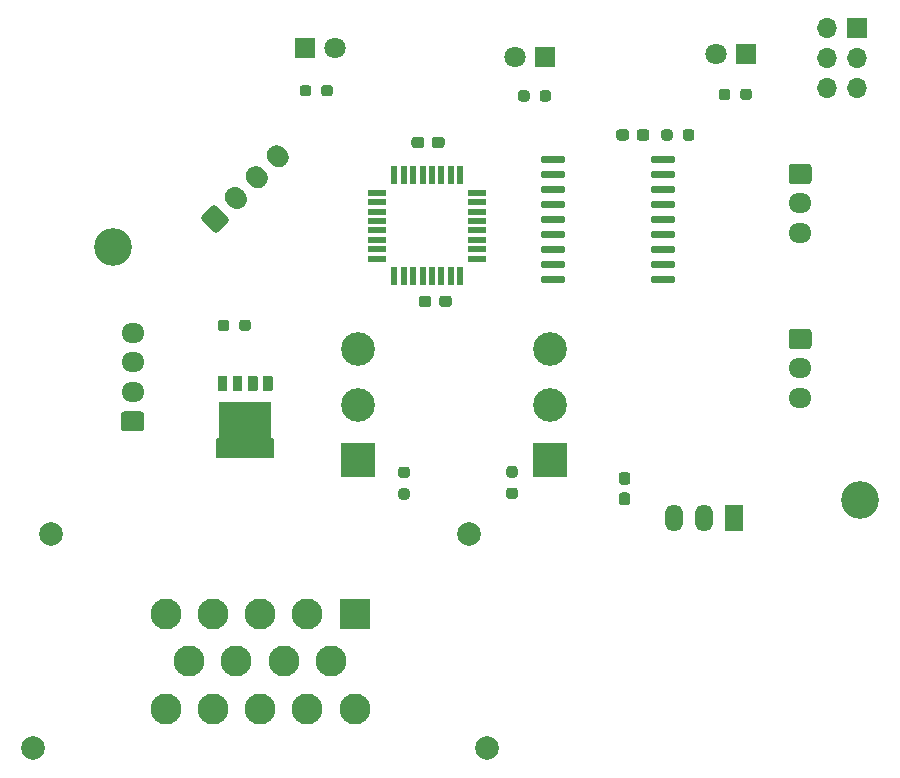
<source format=gbr>
G04 #@! TF.GenerationSoftware,KiCad,Pcbnew,5.1.7-a382d34a8~88~ubuntu18.04.1*
G04 #@! TF.CreationDate,2021-02-25T09:37:14-05:00*
G04 #@! TF.ProjectId,Dash_Right,44617368-5f52-4696-9768-742e6b696361,rev?*
G04 #@! TF.SameCoordinates,Original*
G04 #@! TF.FileFunction,Soldermask,Top*
G04 #@! TF.FilePolarity,Negative*
%FSLAX46Y46*%
G04 Gerber Fmt 4.6, Leading zero omitted, Abs format (unit mm)*
G04 Created by KiCad (PCBNEW 5.1.7-a382d34a8~88~ubuntu18.04.1) date 2021-02-25 09:37:14*
%MOMM*%
%LPD*%
G01*
G04 APERTURE LIST*
%ADD10C,2.000000*%
%ADD11C,2.625000*%
%ADD12R,2.625000X2.625000*%
%ADD13O,1.700000X1.700000*%
%ADD14R,1.700000X1.700000*%
%ADD15O,1.500000X2.300000*%
%ADD16R,1.500000X2.300000*%
%ADD17R,1.600000X0.550000*%
%ADD18R,0.550000X1.600000*%
%ADD19R,2.850000X2.850000*%
%ADD20C,2.850000*%
%ADD21C,0.100000*%
%ADD22O,1.950000X1.700000*%
%ADD23C,3.200000*%
%ADD24C,1.800000*%
%ADD25R,1.800000X1.800000*%
G04 APERTURE END LIST*
D10*
X132184000Y-118044000D03*
X170584000Y-118044000D03*
X133684000Y-99944000D03*
X169084000Y-99944000D03*
D11*
X143384000Y-114744000D03*
X147384000Y-114744000D03*
X151384000Y-114744000D03*
X155384000Y-114744000D03*
X159384000Y-114744000D03*
X145384000Y-110744000D03*
X149384000Y-110744000D03*
X153384000Y-110744000D03*
X157384000Y-110744000D03*
X143384000Y-106744000D03*
X147384000Y-106744000D03*
X151384000Y-106744000D03*
X155384000Y-106744000D03*
D12*
X159384000Y-106744000D03*
D13*
X199390000Y-62230000D03*
X201930000Y-62230000D03*
X199390000Y-59690000D03*
X201930000Y-59690000D03*
X199390000Y-57150000D03*
D14*
X201930000Y-57150000D03*
G36*
G01*
X184473000Y-68412500D02*
X184473000Y-68112500D01*
G75*
G02*
X184623000Y-67962500I150000J0D01*
G01*
X186373000Y-67962500D01*
G75*
G02*
X186523000Y-68112500I0J-150000D01*
G01*
X186523000Y-68412500D01*
G75*
G02*
X186373000Y-68562500I-150000J0D01*
G01*
X184623000Y-68562500D01*
G75*
G02*
X184473000Y-68412500I0J150000D01*
G01*
G37*
G36*
G01*
X184473000Y-69682500D02*
X184473000Y-69382500D01*
G75*
G02*
X184623000Y-69232500I150000J0D01*
G01*
X186373000Y-69232500D01*
G75*
G02*
X186523000Y-69382500I0J-150000D01*
G01*
X186523000Y-69682500D01*
G75*
G02*
X186373000Y-69832500I-150000J0D01*
G01*
X184623000Y-69832500D01*
G75*
G02*
X184473000Y-69682500I0J150000D01*
G01*
G37*
G36*
G01*
X184473000Y-70952500D02*
X184473000Y-70652500D01*
G75*
G02*
X184623000Y-70502500I150000J0D01*
G01*
X186373000Y-70502500D01*
G75*
G02*
X186523000Y-70652500I0J-150000D01*
G01*
X186523000Y-70952500D01*
G75*
G02*
X186373000Y-71102500I-150000J0D01*
G01*
X184623000Y-71102500D01*
G75*
G02*
X184473000Y-70952500I0J150000D01*
G01*
G37*
G36*
G01*
X184473000Y-72222500D02*
X184473000Y-71922500D01*
G75*
G02*
X184623000Y-71772500I150000J0D01*
G01*
X186373000Y-71772500D01*
G75*
G02*
X186523000Y-71922500I0J-150000D01*
G01*
X186523000Y-72222500D01*
G75*
G02*
X186373000Y-72372500I-150000J0D01*
G01*
X184623000Y-72372500D01*
G75*
G02*
X184473000Y-72222500I0J150000D01*
G01*
G37*
G36*
G01*
X184473000Y-73492500D02*
X184473000Y-73192500D01*
G75*
G02*
X184623000Y-73042500I150000J0D01*
G01*
X186373000Y-73042500D01*
G75*
G02*
X186523000Y-73192500I0J-150000D01*
G01*
X186523000Y-73492500D01*
G75*
G02*
X186373000Y-73642500I-150000J0D01*
G01*
X184623000Y-73642500D01*
G75*
G02*
X184473000Y-73492500I0J150000D01*
G01*
G37*
G36*
G01*
X184473000Y-74762500D02*
X184473000Y-74462500D01*
G75*
G02*
X184623000Y-74312500I150000J0D01*
G01*
X186373000Y-74312500D01*
G75*
G02*
X186523000Y-74462500I0J-150000D01*
G01*
X186523000Y-74762500D01*
G75*
G02*
X186373000Y-74912500I-150000J0D01*
G01*
X184623000Y-74912500D01*
G75*
G02*
X184473000Y-74762500I0J150000D01*
G01*
G37*
G36*
G01*
X184473000Y-76032500D02*
X184473000Y-75732500D01*
G75*
G02*
X184623000Y-75582500I150000J0D01*
G01*
X186373000Y-75582500D01*
G75*
G02*
X186523000Y-75732500I0J-150000D01*
G01*
X186523000Y-76032500D01*
G75*
G02*
X186373000Y-76182500I-150000J0D01*
G01*
X184623000Y-76182500D01*
G75*
G02*
X184473000Y-76032500I0J150000D01*
G01*
G37*
G36*
G01*
X184473000Y-77302500D02*
X184473000Y-77002500D01*
G75*
G02*
X184623000Y-76852500I150000J0D01*
G01*
X186373000Y-76852500D01*
G75*
G02*
X186523000Y-77002500I0J-150000D01*
G01*
X186523000Y-77302500D01*
G75*
G02*
X186373000Y-77452500I-150000J0D01*
G01*
X184623000Y-77452500D01*
G75*
G02*
X184473000Y-77302500I0J150000D01*
G01*
G37*
G36*
G01*
X184473000Y-78572500D02*
X184473000Y-78272500D01*
G75*
G02*
X184623000Y-78122500I150000J0D01*
G01*
X186373000Y-78122500D01*
G75*
G02*
X186523000Y-78272500I0J-150000D01*
G01*
X186523000Y-78572500D01*
G75*
G02*
X186373000Y-78722500I-150000J0D01*
G01*
X184623000Y-78722500D01*
G75*
G02*
X184473000Y-78572500I0J150000D01*
G01*
G37*
G36*
G01*
X175173000Y-78572500D02*
X175173000Y-78272500D01*
G75*
G02*
X175323000Y-78122500I150000J0D01*
G01*
X177073000Y-78122500D01*
G75*
G02*
X177223000Y-78272500I0J-150000D01*
G01*
X177223000Y-78572500D01*
G75*
G02*
X177073000Y-78722500I-150000J0D01*
G01*
X175323000Y-78722500D01*
G75*
G02*
X175173000Y-78572500I0J150000D01*
G01*
G37*
G36*
G01*
X175173000Y-77302500D02*
X175173000Y-77002500D01*
G75*
G02*
X175323000Y-76852500I150000J0D01*
G01*
X177073000Y-76852500D01*
G75*
G02*
X177223000Y-77002500I0J-150000D01*
G01*
X177223000Y-77302500D01*
G75*
G02*
X177073000Y-77452500I-150000J0D01*
G01*
X175323000Y-77452500D01*
G75*
G02*
X175173000Y-77302500I0J150000D01*
G01*
G37*
G36*
G01*
X175173000Y-76032500D02*
X175173000Y-75732500D01*
G75*
G02*
X175323000Y-75582500I150000J0D01*
G01*
X177073000Y-75582500D01*
G75*
G02*
X177223000Y-75732500I0J-150000D01*
G01*
X177223000Y-76032500D01*
G75*
G02*
X177073000Y-76182500I-150000J0D01*
G01*
X175323000Y-76182500D01*
G75*
G02*
X175173000Y-76032500I0J150000D01*
G01*
G37*
G36*
G01*
X175173000Y-74762500D02*
X175173000Y-74462500D01*
G75*
G02*
X175323000Y-74312500I150000J0D01*
G01*
X177073000Y-74312500D01*
G75*
G02*
X177223000Y-74462500I0J-150000D01*
G01*
X177223000Y-74762500D01*
G75*
G02*
X177073000Y-74912500I-150000J0D01*
G01*
X175323000Y-74912500D01*
G75*
G02*
X175173000Y-74762500I0J150000D01*
G01*
G37*
G36*
G01*
X175173000Y-73492500D02*
X175173000Y-73192500D01*
G75*
G02*
X175323000Y-73042500I150000J0D01*
G01*
X177073000Y-73042500D01*
G75*
G02*
X177223000Y-73192500I0J-150000D01*
G01*
X177223000Y-73492500D01*
G75*
G02*
X177073000Y-73642500I-150000J0D01*
G01*
X175323000Y-73642500D01*
G75*
G02*
X175173000Y-73492500I0J150000D01*
G01*
G37*
G36*
G01*
X175173000Y-72222500D02*
X175173000Y-71922500D01*
G75*
G02*
X175323000Y-71772500I150000J0D01*
G01*
X177073000Y-71772500D01*
G75*
G02*
X177223000Y-71922500I0J-150000D01*
G01*
X177223000Y-72222500D01*
G75*
G02*
X177073000Y-72372500I-150000J0D01*
G01*
X175323000Y-72372500D01*
G75*
G02*
X175173000Y-72222500I0J150000D01*
G01*
G37*
G36*
G01*
X175173000Y-70952500D02*
X175173000Y-70652500D01*
G75*
G02*
X175323000Y-70502500I150000J0D01*
G01*
X177073000Y-70502500D01*
G75*
G02*
X177223000Y-70652500I0J-150000D01*
G01*
X177223000Y-70952500D01*
G75*
G02*
X177073000Y-71102500I-150000J0D01*
G01*
X175323000Y-71102500D01*
G75*
G02*
X175173000Y-70952500I0J150000D01*
G01*
G37*
G36*
G01*
X175173000Y-69682500D02*
X175173000Y-69382500D01*
G75*
G02*
X175323000Y-69232500I150000J0D01*
G01*
X177073000Y-69232500D01*
G75*
G02*
X177223000Y-69382500I0J-150000D01*
G01*
X177223000Y-69682500D01*
G75*
G02*
X177073000Y-69832500I-150000J0D01*
G01*
X175323000Y-69832500D01*
G75*
G02*
X175173000Y-69682500I0J150000D01*
G01*
G37*
G36*
G01*
X175173000Y-68412500D02*
X175173000Y-68112500D01*
G75*
G02*
X175323000Y-67962500I150000J0D01*
G01*
X177073000Y-67962500D01*
G75*
G02*
X177223000Y-68112500I0J-150000D01*
G01*
X177223000Y-68412500D01*
G75*
G02*
X177073000Y-68562500I-150000J0D01*
G01*
X175323000Y-68562500D01*
G75*
G02*
X175173000Y-68412500I0J150000D01*
G01*
G37*
D15*
X186436000Y-98615500D03*
X188976000Y-98615500D03*
D16*
X191516000Y-98615500D03*
D17*
X169794500Y-71050500D03*
X169794500Y-71850500D03*
X169794500Y-72650500D03*
X169794500Y-73450500D03*
X169794500Y-74250500D03*
X169794500Y-75050500D03*
X169794500Y-75850500D03*
X169794500Y-76650500D03*
D18*
X168344500Y-78100500D03*
X167544500Y-78100500D03*
X166744500Y-78100500D03*
X165944500Y-78100500D03*
X165144500Y-78100500D03*
X164344500Y-78100500D03*
X163544500Y-78100500D03*
X162744500Y-78100500D03*
D17*
X161294500Y-76650500D03*
X161294500Y-75850500D03*
X161294500Y-75050500D03*
X161294500Y-74250500D03*
X161294500Y-73450500D03*
X161294500Y-72650500D03*
X161294500Y-71850500D03*
X161294500Y-71050500D03*
D18*
X162744500Y-69600500D03*
X163544500Y-69600500D03*
X164344500Y-69600500D03*
X165144500Y-69600500D03*
X165944500Y-69600500D03*
X166744500Y-69600500D03*
X167544500Y-69600500D03*
X168344500Y-69600500D03*
D19*
X159639000Y-93726000D03*
D20*
X159639000Y-89026000D03*
X159639000Y-84326000D03*
D19*
X175895000Y-93727000D03*
D20*
X175895000Y-89027000D03*
X175895000Y-84327000D03*
G36*
G01*
X187178500Y-66404500D02*
X187178500Y-65929500D01*
G75*
G02*
X187416000Y-65692000I237500J0D01*
G01*
X187916000Y-65692000D01*
G75*
G02*
X188153500Y-65929500I0J-237500D01*
G01*
X188153500Y-66404500D01*
G75*
G02*
X187916000Y-66642000I-237500J0D01*
G01*
X187416000Y-66642000D01*
G75*
G02*
X187178500Y-66404500I0J237500D01*
G01*
G37*
G36*
G01*
X185353500Y-66404500D02*
X185353500Y-65929500D01*
G75*
G02*
X185591000Y-65692000I237500J0D01*
G01*
X186091000Y-65692000D01*
G75*
G02*
X186328500Y-65929500I0J-237500D01*
G01*
X186328500Y-66404500D01*
G75*
G02*
X186091000Y-66642000I-237500J0D01*
G01*
X185591000Y-66642000D01*
G75*
G02*
X185353500Y-66404500I0J237500D01*
G01*
G37*
G36*
G01*
X192042600Y-62975500D02*
X192042600Y-62500500D01*
G75*
G02*
X192280100Y-62263000I237500J0D01*
G01*
X192780100Y-62263000D01*
G75*
G02*
X193017600Y-62500500I0J-237500D01*
G01*
X193017600Y-62975500D01*
G75*
G02*
X192780100Y-63213000I-237500J0D01*
G01*
X192280100Y-63213000D01*
G75*
G02*
X192042600Y-62975500I0J237500D01*
G01*
G37*
G36*
G01*
X190217600Y-62975500D02*
X190217600Y-62500500D01*
G75*
G02*
X190455100Y-62263000I237500J0D01*
G01*
X190955100Y-62263000D01*
G75*
G02*
X191192600Y-62500500I0J-237500D01*
G01*
X191192600Y-62975500D01*
G75*
G02*
X190955100Y-63213000I-237500J0D01*
G01*
X190455100Y-63213000D01*
G75*
G02*
X190217600Y-62975500I0J237500D01*
G01*
G37*
G36*
G01*
X155721500Y-62183000D02*
X155721500Y-62658000D01*
G75*
G02*
X155484000Y-62895500I-237500J0D01*
G01*
X154984000Y-62895500D01*
G75*
G02*
X154746500Y-62658000I0J237500D01*
G01*
X154746500Y-62183000D01*
G75*
G02*
X154984000Y-61945500I237500J0D01*
G01*
X155484000Y-61945500D01*
G75*
G02*
X155721500Y-62183000I0J-237500D01*
G01*
G37*
G36*
G01*
X157546500Y-62183000D02*
X157546500Y-62658000D01*
G75*
G02*
X157309000Y-62895500I-237500J0D01*
G01*
X156809000Y-62895500D01*
G75*
G02*
X156571500Y-62658000I0J237500D01*
G01*
X156571500Y-62183000D01*
G75*
G02*
X156809000Y-61945500I237500J0D01*
G01*
X157309000Y-61945500D01*
G75*
G02*
X157546500Y-62183000I0J-237500D01*
G01*
G37*
G36*
G01*
X175050000Y-63102500D02*
X175050000Y-62627500D01*
G75*
G02*
X175287500Y-62390000I237500J0D01*
G01*
X175787500Y-62390000D01*
G75*
G02*
X176025000Y-62627500I0J-237500D01*
G01*
X176025000Y-63102500D01*
G75*
G02*
X175787500Y-63340000I-237500J0D01*
G01*
X175287500Y-63340000D01*
G75*
G02*
X175050000Y-63102500I0J237500D01*
G01*
G37*
G36*
G01*
X173225000Y-63102500D02*
X173225000Y-62627500D01*
G75*
G02*
X173462500Y-62390000I237500J0D01*
G01*
X173962500Y-62390000D01*
G75*
G02*
X174200000Y-62627500I0J-237500D01*
G01*
X174200000Y-63102500D01*
G75*
G02*
X173962500Y-63340000I-237500J0D01*
G01*
X173462500Y-63340000D01*
G75*
G02*
X173225000Y-63102500I0J237500D01*
G01*
G37*
G36*
G01*
X148776500Y-82058500D02*
X148776500Y-82533500D01*
G75*
G02*
X148539000Y-82771000I-237500J0D01*
G01*
X148039000Y-82771000D01*
G75*
G02*
X147801500Y-82533500I0J237500D01*
G01*
X147801500Y-82058500D01*
G75*
G02*
X148039000Y-81821000I237500J0D01*
G01*
X148539000Y-81821000D01*
G75*
G02*
X148776500Y-82058500I0J-237500D01*
G01*
G37*
G36*
G01*
X150601500Y-82058500D02*
X150601500Y-82533500D01*
G75*
G02*
X150364000Y-82771000I-237500J0D01*
G01*
X149864000Y-82771000D01*
G75*
G02*
X149626500Y-82533500I0J237500D01*
G01*
X149626500Y-82058500D01*
G75*
G02*
X149864000Y-81821000I237500J0D01*
G01*
X150364000Y-81821000D01*
G75*
G02*
X150601500Y-82058500I0J-237500D01*
G01*
G37*
G36*
G01*
X163338500Y-96079500D02*
X163813500Y-96079500D01*
G75*
G02*
X164051000Y-96317000I0J-237500D01*
G01*
X164051000Y-96817000D01*
G75*
G02*
X163813500Y-97054500I-237500J0D01*
G01*
X163338500Y-97054500D01*
G75*
G02*
X163101000Y-96817000I0J237500D01*
G01*
X163101000Y-96317000D01*
G75*
G02*
X163338500Y-96079500I237500J0D01*
G01*
G37*
G36*
G01*
X163338500Y-94254500D02*
X163813500Y-94254500D01*
G75*
G02*
X164051000Y-94492000I0J-237500D01*
G01*
X164051000Y-94992000D01*
G75*
G02*
X163813500Y-95229500I-237500J0D01*
G01*
X163338500Y-95229500D01*
G75*
G02*
X163101000Y-94992000I0J237500D01*
G01*
X163101000Y-94492000D01*
G75*
G02*
X163338500Y-94254500I237500J0D01*
G01*
G37*
G36*
G01*
X172482500Y-96032500D02*
X172957500Y-96032500D01*
G75*
G02*
X173195000Y-96270000I0J-237500D01*
G01*
X173195000Y-96770000D01*
G75*
G02*
X172957500Y-97007500I-237500J0D01*
G01*
X172482500Y-97007500D01*
G75*
G02*
X172245000Y-96770000I0J237500D01*
G01*
X172245000Y-96270000D01*
G75*
G02*
X172482500Y-96032500I237500J0D01*
G01*
G37*
G36*
G01*
X172482500Y-94207500D02*
X172957500Y-94207500D01*
G75*
G02*
X173195000Y-94445000I0J-237500D01*
G01*
X173195000Y-94945000D01*
G75*
G02*
X172957500Y-95182500I-237500J0D01*
G01*
X172482500Y-95182500D01*
G75*
G02*
X172245000Y-94945000I0J237500D01*
G01*
X172245000Y-94445000D01*
G75*
G02*
X172482500Y-94207500I237500J0D01*
G01*
G37*
D21*
G36*
X152532655Y-93466656D02*
G01*
X152528672Y-93479788D01*
X152522203Y-93491890D01*
X152513497Y-93502497D01*
X152502890Y-93511203D01*
X152490788Y-93517672D01*
X152477656Y-93521655D01*
X152464000Y-93523000D01*
X147764000Y-93523000D01*
X147750344Y-93521655D01*
X147737212Y-93517672D01*
X147725110Y-93511203D01*
X147714503Y-93502497D01*
X147705797Y-93491890D01*
X147699328Y-93479788D01*
X147695345Y-93466656D01*
X147694000Y-93453000D01*
X147694000Y-91903000D01*
X147695345Y-91889344D01*
X147699328Y-91876212D01*
X147705797Y-91864110D01*
X147714503Y-91853503D01*
X147725110Y-91844797D01*
X147737212Y-91838328D01*
X147750344Y-91834345D01*
X147764000Y-91833000D01*
X147944000Y-91833000D01*
X147944000Y-88828000D01*
X147945345Y-88814344D01*
X147949328Y-88801212D01*
X147955797Y-88789110D01*
X147964503Y-88778503D01*
X147975110Y-88769797D01*
X147987212Y-88763328D01*
X148000344Y-88759345D01*
X148014000Y-88758000D01*
X152214000Y-88758000D01*
X152227656Y-88759345D01*
X152240788Y-88763328D01*
X152252890Y-88769797D01*
X152263497Y-88778503D01*
X152272203Y-88789110D01*
X152278672Y-88801212D01*
X152282655Y-88814344D01*
X152284000Y-88828000D01*
X152284000Y-91833000D01*
X152464000Y-91833000D01*
X152477656Y-91834345D01*
X152490788Y-91838328D01*
X152502890Y-91844797D01*
X152513497Y-91853503D01*
X152522203Y-91864110D01*
X152528672Y-91876212D01*
X152532655Y-91889344D01*
X152534000Y-91903000D01*
X152534000Y-93453000D01*
X152532655Y-93466656D01*
G37*
G36*
G01*
X148624000Y-86633000D02*
X148624000Y-87783000D01*
G75*
G02*
X148554000Y-87853000I-70000J0D01*
G01*
X147854000Y-87853000D01*
G75*
G02*
X147784000Y-87783000I0J70000D01*
G01*
X147784000Y-86633000D01*
G75*
G02*
X147854000Y-86563000I70000J0D01*
G01*
X148554000Y-86563000D01*
G75*
G02*
X148624000Y-86633000I0J-70000D01*
G01*
G37*
G36*
G01*
X149894000Y-86633000D02*
X149894000Y-87783000D01*
G75*
G02*
X149824000Y-87853000I-70000J0D01*
G01*
X149124000Y-87853000D01*
G75*
G02*
X149054000Y-87783000I0J70000D01*
G01*
X149054000Y-86633000D01*
G75*
G02*
X149124000Y-86563000I70000J0D01*
G01*
X149824000Y-86563000D01*
G75*
G02*
X149894000Y-86633000I0J-70000D01*
G01*
G37*
G36*
G01*
X152444000Y-86633000D02*
X152444000Y-87783000D01*
G75*
G02*
X152374000Y-87853000I-70000J0D01*
G01*
X151674000Y-87853000D01*
G75*
G02*
X151604000Y-87783000I0J70000D01*
G01*
X151604000Y-86633000D01*
G75*
G02*
X151674000Y-86563000I70000J0D01*
G01*
X152374000Y-86563000D01*
G75*
G02*
X152444000Y-86633000I0J-70000D01*
G01*
G37*
G36*
G01*
X151174000Y-86633000D02*
X151174000Y-87783000D01*
G75*
G02*
X151104000Y-87853000I-70000J0D01*
G01*
X150404000Y-87853000D01*
G75*
G02*
X150334000Y-87783000I0J70000D01*
G01*
X150334000Y-86633000D01*
G75*
G02*
X150404000Y-86563000I70000J0D01*
G01*
X151104000Y-86563000D01*
G75*
G02*
X151174000Y-86633000I0J-70000D01*
G01*
G37*
D22*
X140589000Y-82924000D03*
X140589000Y-85424000D03*
X140589000Y-87924000D03*
G36*
G01*
X141314000Y-91274000D02*
X139864000Y-91274000D01*
G75*
G02*
X139614000Y-91024000I0J250000D01*
G01*
X139614000Y-89824000D01*
G75*
G02*
X139864000Y-89574000I250000J0D01*
G01*
X141314000Y-89574000D01*
G75*
G02*
X141564000Y-89824000I0J-250000D01*
G01*
X141564000Y-91024000D01*
G75*
G02*
X141314000Y-91274000I-250000J0D01*
G01*
G37*
X197104000Y-88439000D03*
X197104000Y-85939000D03*
G36*
G01*
X196379000Y-82589000D02*
X197829000Y-82589000D01*
G75*
G02*
X198079000Y-82839000I0J-250000D01*
G01*
X198079000Y-84039000D01*
G75*
G02*
X197829000Y-84289000I-250000J0D01*
G01*
X196379000Y-84289000D01*
G75*
G02*
X196129000Y-84039000I0J250000D01*
G01*
X196129000Y-82839000D01*
G75*
G02*
X196379000Y-82589000I250000J0D01*
G01*
G37*
X197104000Y-74469000D03*
X197104000Y-71969000D03*
G36*
G01*
X196379000Y-68619000D02*
X197829000Y-68619000D01*
G75*
G02*
X198079000Y-68869000I0J-250000D01*
G01*
X198079000Y-70069000D01*
G75*
G02*
X197829000Y-70319000I-250000J0D01*
G01*
X196379000Y-70319000D01*
G75*
G02*
X196129000Y-70069000I0J250000D01*
G01*
X196129000Y-68869000D01*
G75*
G02*
X196379000Y-68619000I250000J0D01*
G01*
G37*
G36*
G01*
X152364648Y-68665128D02*
X152187872Y-68488352D01*
G75*
G02*
X152187872Y-67286270I601041J601041D01*
G01*
X152187872Y-67286270D01*
G75*
G02*
X153389954Y-67286270I601041J-601041D01*
G01*
X153566730Y-67463046D01*
G75*
G02*
X153566730Y-68665128I-601041J-601041D01*
G01*
X153566730Y-68665128D01*
G75*
G02*
X152364648Y-68665128I-601041J601041D01*
G01*
G37*
G36*
G01*
X150596881Y-70432895D02*
X150420105Y-70256119D01*
G75*
G02*
X150420105Y-69054037I601041J601041D01*
G01*
X150420105Y-69054037D01*
G75*
G02*
X151622187Y-69054037I601041J-601041D01*
G01*
X151798963Y-69230813D01*
G75*
G02*
X151798963Y-70432895I-601041J-601041D01*
G01*
X151798963Y-70432895D01*
G75*
G02*
X150596881Y-70432895I-601041J601041D01*
G01*
G37*
G36*
G01*
X148829114Y-72200662D02*
X148652338Y-72023886D01*
G75*
G02*
X148652338Y-70821804I601041J601041D01*
G01*
X148652338Y-70821804D01*
G75*
G02*
X149854420Y-70821804I601041J-601041D01*
G01*
X150031196Y-70998580D01*
G75*
G02*
X150031196Y-72200662I-601041J-601041D01*
G01*
X150031196Y-72200662D01*
G75*
G02*
X148829114Y-72200662I-601041J601041D01*
G01*
G37*
G36*
G01*
X147485611Y-74392693D02*
X146460307Y-73367389D01*
G75*
G02*
X146460307Y-73013835I176777J176777D01*
G01*
X147308835Y-72165307D01*
G75*
G02*
X147662389Y-72165307I176777J-176777D01*
G01*
X148687693Y-73190611D01*
G75*
G02*
X148687693Y-73544165I-176777J-176777D01*
G01*
X147839165Y-74392693D01*
G75*
G02*
X147485611Y-74392693I-176777J176777D01*
G01*
G37*
D23*
X202184000Y-97091500D03*
X138938000Y-75692000D03*
D24*
X189992000Y-59334400D03*
D25*
X192532000Y-59334400D03*
D24*
X157734000Y-58801000D03*
D25*
X155194000Y-58801000D03*
D24*
X172974000Y-59537600D03*
D25*
X175514000Y-59537600D03*
G36*
G01*
X182618500Y-65929500D02*
X182618500Y-66404500D01*
G75*
G02*
X182381000Y-66642000I-237500J0D01*
G01*
X181781000Y-66642000D01*
G75*
G02*
X181543500Y-66404500I0J237500D01*
G01*
X181543500Y-65929500D01*
G75*
G02*
X181781000Y-65692000I237500J0D01*
G01*
X182381000Y-65692000D01*
G75*
G02*
X182618500Y-65929500I0J-237500D01*
G01*
G37*
G36*
G01*
X184343500Y-65929500D02*
X184343500Y-66404500D01*
G75*
G02*
X184106000Y-66642000I-237500J0D01*
G01*
X183506000Y-66642000D01*
G75*
G02*
X183268500Y-66404500I0J237500D01*
G01*
X183268500Y-65929500D01*
G75*
G02*
X183506000Y-65692000I237500J0D01*
G01*
X184106000Y-65692000D01*
G75*
G02*
X184343500Y-65929500I0J-237500D01*
G01*
G37*
G36*
G01*
X182482500Y-95787500D02*
X182007500Y-95787500D01*
G75*
G02*
X181770000Y-95550000I0J237500D01*
G01*
X181770000Y-94950000D01*
G75*
G02*
X182007500Y-94712500I237500J0D01*
G01*
X182482500Y-94712500D01*
G75*
G02*
X182720000Y-94950000I0J-237500D01*
G01*
X182720000Y-95550000D01*
G75*
G02*
X182482500Y-95787500I-237500J0D01*
G01*
G37*
G36*
G01*
X182482500Y-97512500D02*
X182007500Y-97512500D01*
G75*
G02*
X181770000Y-97275000I0J237500D01*
G01*
X181770000Y-96675000D01*
G75*
G02*
X182007500Y-96437500I237500J0D01*
G01*
X182482500Y-96437500D01*
G75*
G02*
X182720000Y-96675000I0J-237500D01*
G01*
X182720000Y-97275000D01*
G75*
G02*
X182482500Y-97512500I-237500J0D01*
G01*
G37*
G36*
G01*
X166541500Y-80501500D02*
X166541500Y-80026500D01*
G75*
G02*
X166779000Y-79789000I237500J0D01*
G01*
X167379000Y-79789000D01*
G75*
G02*
X167616500Y-80026500I0J-237500D01*
G01*
X167616500Y-80501500D01*
G75*
G02*
X167379000Y-80739000I-237500J0D01*
G01*
X166779000Y-80739000D01*
G75*
G02*
X166541500Y-80501500I0J237500D01*
G01*
G37*
G36*
G01*
X164816500Y-80501500D02*
X164816500Y-80026500D01*
G75*
G02*
X165054000Y-79789000I237500J0D01*
G01*
X165654000Y-79789000D01*
G75*
G02*
X165891500Y-80026500I0J-237500D01*
G01*
X165891500Y-80501500D01*
G75*
G02*
X165654000Y-80739000I-237500J0D01*
G01*
X165054000Y-80739000D01*
G75*
G02*
X164816500Y-80501500I0J237500D01*
G01*
G37*
G36*
G01*
X165933000Y-67039500D02*
X165933000Y-66564500D01*
G75*
G02*
X166170500Y-66327000I237500J0D01*
G01*
X166770500Y-66327000D01*
G75*
G02*
X167008000Y-66564500I0J-237500D01*
G01*
X167008000Y-67039500D01*
G75*
G02*
X166770500Y-67277000I-237500J0D01*
G01*
X166170500Y-67277000D01*
G75*
G02*
X165933000Y-67039500I0J237500D01*
G01*
G37*
G36*
G01*
X164208000Y-67039500D02*
X164208000Y-66564500D01*
G75*
G02*
X164445500Y-66327000I237500J0D01*
G01*
X165045500Y-66327000D01*
G75*
G02*
X165283000Y-66564500I0J-237500D01*
G01*
X165283000Y-67039500D01*
G75*
G02*
X165045500Y-67277000I-237500J0D01*
G01*
X164445500Y-67277000D01*
G75*
G02*
X164208000Y-67039500I0J237500D01*
G01*
G37*
M02*

</source>
